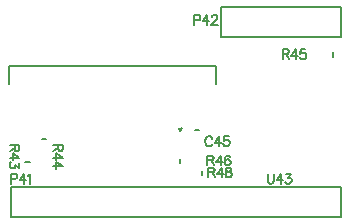
<source format=gto>
G04*
G04 #@! TF.GenerationSoftware,Altium Limited,Altium Designer,19.0.15 (446)*
G04*
G04 Layer_Color=65535*
%FSLAX25Y25*%
%MOIN*%
G70*
G01*
G75*
%ADD10C,0.00787*%
%ADD11C,0.00600*%
D10*
X10213Y25709D02*
X11787D01*
X4713Y18260D02*
X6287D01*
X107240Y53213D02*
Y54787D01*
X70000Y60000D02*
Y70000D01*
X110000D01*
X70000Y60000D02*
X110000D01*
Y70000D01*
X0Y0D02*
Y10000D01*
X110000D01*
Y0D02*
Y10000D01*
X102500Y0D02*
X110000D01*
X0D02*
X102500D01*
X56260Y17713D02*
Y19287D01*
X63740Y13713D02*
Y15287D01*
X61213Y28709D02*
X62787D01*
D11*
X56400Y28500D02*
X56900Y29500D01*
X56000D02*
X56400Y28500D01*
X68200Y44300D02*
Y50100D01*
X-600D02*
X68200D01*
X-600Y44300D02*
Y50100D01*
X17199Y23937D02*
X14000D01*
X17199D02*
Y22566D01*
X17047Y22109D01*
X16895Y21957D01*
X16590Y21804D01*
X16285D01*
X15980Y21957D01*
X15828Y22109D01*
X15676Y22566D01*
Y23937D01*
Y22871D02*
X14000Y21804D01*
X17199Y19565D02*
X15066Y21088D01*
Y18803D01*
X17199Y19565D02*
X14000D01*
X17199Y16716D02*
X15066Y18239D01*
Y15954D01*
X17199Y16716D02*
X14000D01*
X85500Y14199D02*
Y11914D01*
X85652Y11457D01*
X85957Y11152D01*
X86414Y11000D01*
X86719D01*
X87176Y11152D01*
X87480Y11457D01*
X87633Y11914D01*
Y14199D01*
X90040D02*
X88516Y12066D01*
X90802D01*
X90040Y14199D02*
Y11000D01*
X91670Y14199D02*
X93346D01*
X92432Y12980D01*
X92889D01*
X93194Y12828D01*
X93346Y12676D01*
X93498Y12219D01*
Y11914D01*
X93346Y11457D01*
X93041Y11152D01*
X92584Y11000D01*
X92127D01*
X91670Y11152D01*
X91518Y11305D01*
X91365Y11609D01*
X2699Y23937D02*
X-500D01*
X2699D02*
Y22566D01*
X2547Y22109D01*
X2395Y21957D01*
X2090Y21804D01*
X1785D01*
X1481Y21957D01*
X1328Y22109D01*
X1176Y22566D01*
Y23937D01*
Y22871D02*
X-500Y21804D01*
X2699Y19565D02*
X566Y21088D01*
Y18803D01*
X2699Y19565D02*
X-500D01*
X2699Y17934D02*
Y16259D01*
X1481Y17173D01*
Y16716D01*
X1328Y16411D01*
X1176Y16259D01*
X719Y16106D01*
X414D01*
X-43Y16259D01*
X-348Y16563D01*
X-500Y17020D01*
Y17477D01*
X-348Y17934D01*
X-195Y18087D01*
X109Y18239D01*
X90500Y55699D02*
Y52500D01*
Y55699D02*
X91871D01*
X92328Y55547D01*
X92480Y55395D01*
X92633Y55090D01*
Y54785D01*
X92480Y54480D01*
X92328Y54328D01*
X91871Y54176D01*
X90500D01*
X91566D02*
X92633Y52500D01*
X94872Y55699D02*
X93349Y53566D01*
X95634D01*
X94872Y55699D02*
Y52500D01*
X98026Y55699D02*
X96503D01*
X96350Y54328D01*
X96503Y54480D01*
X96960Y54633D01*
X97417D01*
X97874Y54480D01*
X98178Y54176D01*
X98331Y53719D01*
Y53414D01*
X98178Y52957D01*
X97874Y52652D01*
X97417Y52500D01*
X96960D01*
X96503Y52652D01*
X96350Y52805D01*
X96198Y53109D01*
X67010Y25938D02*
X66858Y26242D01*
X66553Y26547D01*
X66249Y26699D01*
X65639D01*
X65334Y26547D01*
X65030Y26242D01*
X64877Y25938D01*
X64725Y25480D01*
Y24719D01*
X64877Y24262D01*
X65030Y23957D01*
X65334Y23652D01*
X65639Y23500D01*
X66249D01*
X66553Y23652D01*
X66858Y23957D01*
X67010Y24262D01*
X69433Y26699D02*
X67909Y24566D01*
X70194D01*
X69433Y26699D02*
Y23500D01*
X72586Y26699D02*
X71063D01*
X70910Y25328D01*
X71063Y25480D01*
X71520Y25633D01*
X71977D01*
X72434Y25480D01*
X72739Y25176D01*
X72891Y24719D01*
Y24414D01*
X72739Y23957D01*
X72434Y23652D01*
X71977Y23500D01*
X71520D01*
X71063Y23652D01*
X70910Y23805D01*
X70758Y24109D01*
X61000Y65492D02*
X62371D01*
X62828Y65644D01*
X62981Y65796D01*
X63133Y66101D01*
Y66558D01*
X62981Y66863D01*
X62828Y67015D01*
X62371Y67167D01*
X61000D01*
Y63968D01*
X65372Y67167D02*
X63849Y65035D01*
X66134D01*
X65372Y67167D02*
Y63968D01*
X66850Y66406D02*
Y66558D01*
X67002Y66863D01*
X67155Y67015D01*
X67460Y67167D01*
X68069D01*
X68374Y67015D01*
X68526Y66863D01*
X68678Y66558D01*
Y66253D01*
X68526Y65949D01*
X68221Y65492D01*
X66698Y63968D01*
X68831D01*
X65802Y16291D02*
Y13091D01*
Y16291D02*
X67173D01*
X67631Y16138D01*
X67783Y15986D01*
X67935Y15681D01*
Y15376D01*
X67783Y15072D01*
X67631Y14920D01*
X67173Y14767D01*
X65802D01*
X66869D02*
X67935Y13091D01*
X70175Y16291D02*
X68651Y14158D01*
X70937D01*
X70175Y16291D02*
Y13091D01*
X72262Y16291D02*
X71805Y16138D01*
X71653Y15834D01*
Y15529D01*
X71805Y15224D01*
X72110Y15072D01*
X72719Y14920D01*
X73176Y14767D01*
X73481Y14462D01*
X73633Y14158D01*
Y13701D01*
X73481Y13396D01*
X73328Y13244D01*
X72871Y13091D01*
X72262D01*
X71805Y13244D01*
X71653Y13396D01*
X71500Y13701D01*
Y14158D01*
X71653Y14462D01*
X71957Y14767D01*
X72414Y14920D01*
X73024Y15072D01*
X73328Y15224D01*
X73481Y15529D01*
Y15834D01*
X73328Y16138D01*
X72871Y16291D01*
X72262D01*
X65479Y20272D02*
Y17073D01*
Y20272D02*
X66850D01*
X67307Y20120D01*
X67460Y19967D01*
X67612Y19662D01*
Y19358D01*
X67460Y19053D01*
X67307Y18901D01*
X66850Y18748D01*
X65479D01*
X66545D02*
X67612Y17073D01*
X69851Y20272D02*
X68328Y18139D01*
X70613D01*
X69851Y20272D02*
Y17073D01*
X73005Y19815D02*
X72853Y20120D01*
X72396Y20272D01*
X72091D01*
X71634Y20120D01*
X71329Y19662D01*
X71177Y18901D01*
Y18139D01*
X71329Y17530D01*
X71634Y17225D01*
X72091Y17073D01*
X72243D01*
X72700Y17225D01*
X73005Y17530D01*
X73157Y17987D01*
Y18139D01*
X73005Y18596D01*
X72700Y18901D01*
X72243Y19053D01*
X72091D01*
X71634Y18901D01*
X71329Y18596D01*
X71177Y18139D01*
X0Y12524D02*
X1371D01*
X1828Y12676D01*
X1980Y12828D01*
X2133Y13133D01*
Y13590D01*
X1980Y13895D01*
X1828Y14047D01*
X1371Y14199D01*
X0D01*
Y11000D01*
X4372Y14199D02*
X2849Y12066D01*
X5134D01*
X4372Y14199D02*
Y11000D01*
X5698Y13590D02*
X6002Y13742D01*
X6460Y14199D01*
Y11000D01*
M02*

</source>
